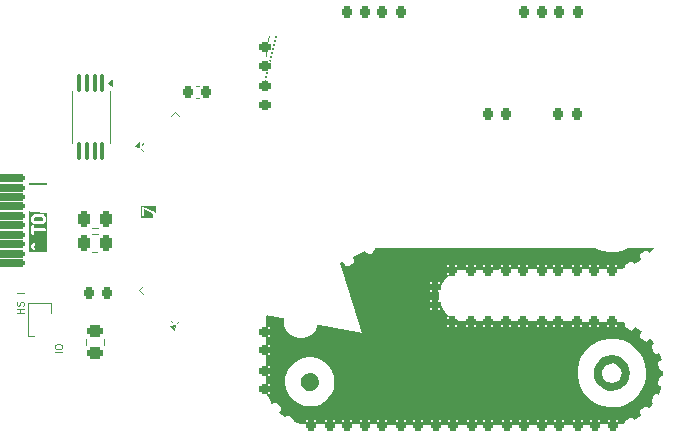
<source format=gto>
G04 #@! TF.GenerationSoftware,KiCad,Pcbnew,8.0.1*
G04 #@! TF.CreationDate,2024-04-18T14:37:45+01:00*
G04 #@! TF.ProjectId,makerspace-badge,6d616b65-7273-4706-9163-652d62616467,rev?*
G04 #@! TF.SameCoordinates,Original*
G04 #@! TF.FileFunction,Legend,Top*
G04 #@! TF.FilePolarity,Positive*
%FSLAX46Y46*%
G04 Gerber Fmt 4.6, Leading zero omitted, Abs format (unit mm)*
G04 Created by KiCad (PCBNEW 8.0.1) date 2024-04-18 14:37:45*
%MOMM*%
%LPD*%
G01*
G04 APERTURE LIST*
G04 Aperture macros list*
%AMRoundRect*
0 Rectangle with rounded corners*
0 $1 Rounding radius*
0 $2 $3 $4 $5 $6 $7 $8 $9 X,Y pos of 4 corners*
0 Add a 4 corners polygon primitive as box body*
4,1,4,$2,$3,$4,$5,$6,$7,$8,$9,$2,$3,0*
0 Add four circle primitives for the rounded corners*
1,1,$1+$1,$2,$3*
1,1,$1+$1,$4,$5*
1,1,$1+$1,$6,$7*
1,1,$1+$1,$8,$9*
0 Add four rect primitives between the rounded corners*
20,1,$1+$1,$2,$3,$4,$5,0*
20,1,$1+$1,$4,$5,$6,$7,0*
20,1,$1+$1,$6,$7,$8,$9,0*
20,1,$1+$1,$8,$9,$2,$3,0*%
%AMRotRect*
0 Rectangle, with rotation*
0 The origin of the aperture is its center*
0 $1 length*
0 $2 width*
0 $3 Rotation angle, in degrees counterclockwise*
0 Add horizontal line*
21,1,$1,$2,0,0,$3*%
%AMFreePoly0*
4,1,254,-0.411096,1.760877,-0.361932,1.752184,-0.329492,1.743147,-0.284591,1.725170,-0.243738,1.701936,-0.207033,1.673569,-0.174579,1.640187,-0.146476,1.601908,-0.122825,1.558854,-0.103727,1.511142,-0.089470,1.459730,-0.086640,1.446184,-0.084582,1.433686,-0.083180,1.420741,-0.082318,1.405854,-0.081882,1.387531,-0.081755,1.364277,-0.081755,1.360000,-0.081902,1.335032,-0.082383,1.315117,
-0.083321,1.298647,-0.084834,1.284013,-0.087045,1.269605,-0.089494,1.256667,-0.098306,1.218316,-0.109239,1.181281,-0.122754,1.144497,-0.139304,1.106895,-0.159348,1.067407,-0.183343,1.024965,-0.201452,0.995000,-0.232958,0.941986,-0.259452,0.893059,-0.281024,0.848017,-0.297762,0.806658,-0.309762,0.768778,-0.316856,0.735797,-0.319600,0.708092,-0.319686,0.678386,-0.317266,0.648994,
-0.312490,0.622224,-0.308550,0.608366,-0.295112,0.576326,-0.277339,0.547301,-0.254977,0.521130,-0.227773,0.497659,-0.195472,0.476729,-0.157821,0.458181,-0.114565,0.441859,-0.065450,0.427605,-0.010223,0.415261,0.008335,0.411769,0.046840,0.405076,0.081148,0.399755,0.113034,0.395636,0.144272,0.392547,0.176633,0.390317,0.211892,0.388770,0.251823,0.387740,0.257068,0.387641,
0.288740,0.387197,0.318704,0.387095,0.347576,0.387385,0.375972,0.388130,0.404510,0.389381,0.433803,0.391196,0.464471,0.393631,0.497128,0.396742,0.532392,0.400585,0.570879,0.405217,0.613205,0.410693,0.659987,0.417069,0.711840,0.424402,0.769383,0.432748,0.796772,0.436772,0.834898,0.442541,0.867198,0.447815,0.894474,0.452800,0.917531,0.457705,0.937171,0.462737,
0.954198,0.468104,0.969415,0.474014,0.983626,0.480674,0.997634,0.488294,0.999025,0.489100,1.022443,0.504984,1.044947,0.524408,1.064999,0.545810,1.081062,0.567626,1.087559,0.579075,1.097364,0.601879,1.103180,0.624049,1.105262,0.647473,1.103862,0.674042,1.102132,0.687751,1.099830,0.706359,1.098027,0.725950,1.096966,0.743601,1.096788,0.751863,1.097523,0.769183,
1.099837,0.781270,1.103939,0.788043,1.110040,0.789420,1.118352,0.785319,1.129086,0.775658,1.142452,0.760355,1.158661,0.739329,1.170266,0.723333,1.209963,0.663602,1.244576,0.603009,1.273854,0.542134,1.297544,0.481555,1.315394,0.421853,1.327151,0.363606,1.327228,0.363098,1.329436,0.342205,1.330727,0.316375,1.331117,0.287270,1.330623,0.256554,1.329263,0.225890,
1.327052,0.196941,1.325397,0.181667,1.312955,0.102786,1.295518,0.028270,1.273037,-0.041986,1.245466,-0.108084,1.212757,-0.170129,1.174865,-0.228223,1.131740,-0.282471,1.096721,-0.319909,1.043950,-0.367976,0.986113,-0.411718,0.923226,-0.451128,0.855305,-0.486198,0.782364,-0.516920,0.704418,-0.543286,0.621483,-0.565288,0.610080,-0.567885,0.540577,-0.581404,0.466399,-0.592073,
0.388954,-0.599782,0.309649,-0.604413,0.229892,-0.605852,0.161688,-0.604436,0.074430,-0.599250,-0.011315,-0.590736,-0.094295,-0.579065,-0.173256,-0.564402,-0.222188,-0.553259,-0.305549,-0.530181,-0.383662,-0.503277,-0.456487,-0.472581,-0.523983,-0.438130,-0.586107,-0.399957,-0.642820,-0.358098,-0.694082,-0.312589,-0.739847,-0.263464,-0.780078,-0.210758,-0.814734,-0.154507,-0.843771,-0.094746,
-0.867150,-0.031510,-0.878262,0.007373,-0.889696,0.059508,-0.897244,0.112072,-0.900879,0.165770,-0.900576,0.221307,-0.896311,0.279385,-0.888054,0.340711,-0.875783,0.405987,-0.861374,0.468334,-0.848479,0.518874,-0.836243,0.564328,-0.824760,0.604369,-0.814128,0.638667,-0.804442,0.666896,-0.799596,0.679609,-0.788607,0.708344,-0.780701,0.732070,-0.775742,0.751616,-0.773595,0.767813,
-0.774126,0.781491,-0.777199,0.793478,-0.780027,0.799853,-0.786200,0.809897,-0.793970,0.818087,-0.804183,0.824770,-0.817687,0.830297,-0.835327,0.835009,-0.857951,0.839259,-0.885929,0.843330,-0.907695,0.846453,-0.930689,0.850147,-0.952503,0.854001,-0.970727,0.857603,-0.974570,0.858446,-1.020728,0.870601,-1.067275,0.886135,-1.112687,0.904402,-1.155437,0.924754,-1.194003,0.946544,
-1.215159,0.960504,-1.235184,0.975723,-1.255556,0.993153,-1.275208,1.011713,-1.293077,1.030321,-1.308098,1.047896,-1.319205,1.063357,-1.322994,1.070027,-1.329144,1.082832,-1.332361,1.091649,-1.332907,1.098339,-1.331047,1.104763,-1.328635,1.109753,-1.320123,1.119305,-1.305753,1.126308,-1.285481,1.130763,-1.259259,1.132672,-1.227040,1.132036,-1.188779,1.128858,-1.144429,1.123139,
-1.113026,1.118180,-1.084643,1.113784,-1.061829,1.111195,-1.043712,1.110492,-1.029422,1.111752,-1.018083,1.115054,-1.008829,1.120476,-1.000787,1.128097,-1.000631,1.128274,-0.995004,1.135856,-0.991061,1.144464,-0.988712,1.155096,-0.987865,1.168750,-0.988431,1.186422,-0.990314,1.209111,-0.991874,1.224046,-0.995662,1.273245,-0.995657,1.318092,-0.991817,1.359751,-0.985549,1.393334,
-0.970071,1.446156,-0.948914,1.496285,-0.922471,1.543285,-0.891135,1.586715,-0.855301,1.626139,-0.815360,1.661118,-0.771708,1.691216,-0.724736,1.715992,-0.680275,1.733273,-0.626663,1.748177,-0.571937,1.758417,-0.517099,1.763967,-0.463152,1.764798,-0.411096,1.760877,-0.411096,1.760877,$1*%
%AMFreePoly1*
4,1,6,1.000000,0.000000,0.500000,-0.750000,-0.500000,-0.750000,-0.500000,0.750000,0.500000,0.750000,1.000000,0.000000,1.000000,0.000000,$1*%
%AMFreePoly2*
4,1,6,0.500000,-0.750000,-0.650000,-0.750000,-0.150000,0.000000,-0.650000,0.750000,0.500000,0.750000,0.500000,-0.750000,0.500000,-0.750000,$1*%
%AMFreePoly3*
4,1,621,0.623792,1.916541,0.652864,1.912672,0.680612,1.904477,0.707267,1.891840,0.733059,1.874649,0.758220,1.852787,0.763949,1.847080,0.778211,1.831568,0.791854,1.814609,0.805564,1.795279,0.820023,1.772651,0.825067,1.764318,0.841078,1.738245,0.855322,1.716527,0.867879,1.699061,0.878829,1.685747,0.888251,1.676484,0.896225,1.671169,0.899359,1.670039,0.904453,1.669512,
0.908557,1.671009,0.911803,1.674959,0.914321,1.681791,0.916243,1.691932,0.917700,1.705812,0.918823,1.723858,0.919327,1.735246,0.920732,1.760573,0.922823,1.781564,0.925728,1.798676,0.929577,1.812363,0.934499,1.823083,0.940623,1.831290,0.948079,1.837441,0.948392,1.837641,0.959327,1.843131,0.973637,1.848242,0.989875,1.852609,1.006594,1.855870,1.022344,1.857659,
1.028957,1.857889,1.041934,1.857396,1.052672,1.855501,1.061874,1.851690,1.070245,1.845451,1.078486,1.836272,1.087301,1.823641,1.096363,1.808803,1.120348,1.765784,1.144178,1.718692,1.167557,1.668276,1.190189,1.615286,1.211777,1.560470,1.232027,1.504577,1.250643,1.448356,1.267328,1.392556,1.280742,1.342140,1.285943,1.320466,1.290002,1.301380,1.293109,1.283539,
1.295452,1.265599,1.297221,1.246218,1.298606,1.224053,1.299234,1.211047,1.300547,1.184273,1.301978,1.159593,1.303493,1.137413,1.305056,1.118138,1.306632,1.102172,1.308185,1.089921,1.309682,1.081791,1.310720,1.078687,1.314027,1.074146,1.318777,1.070659,1.325652,1.068035,1.335332,1.066084,1.348497,1.064616,1.365117,1.063479,1.403048,1.059268,1.442056,1.051000,
1.481113,1.038960,1.519193,1.023430,1.531674,1.017437,1.544149,1.011023,1.555292,1.004779,1.565429,0.998331,1.574889,0.991304,1.584001,0.983325,1.593093,0.974020,1.602494,0.963015,1.612531,0.949937,1.623533,0.934411,1.635829,0.916063,1.649746,0.894521,1.665613,0.869410,1.675325,0.853886,1.685130,0.838378,1.695051,0.823044,1.704514,0.808747,1.712944,0.796347,
1.719767,0.786707,1.722746,0.782741,1.735100,0.766313,1.745480,0.751031,1.754594,0.735643,1.763149,0.718897,1.771853,0.699543,1.777702,0.685517,1.783615,0.671185,1.789364,0.657536,1.794532,0.645538,1.798702,0.636160,1.801295,0.630689,1.812461,0.613464,1.827772,0.597132,1.842637,0.585147,1.861390,0.569597,1.876593,0.551936,1.889203,0.531018,1.891112,0.527151,
1.901679,0.500993,1.907701,0.476040,1.909179,0.452383,1.906117,0.430112,1.898520,0.409316,1.886389,0.390085,1.885943,0.389519,1.881627,0.383853,1.875130,0.375050,1.867039,0.363920,1.857943,0.351275,1.848433,0.337925,1.846542,0.335256,1.832568,0.315629,1.820781,0.299398,1.810691,0.285944,1.801811,0.274651,1.793650,0.264900,1.785720,0.256074,1.777530,0.247555,
1.775206,0.245223,1.762898,0.233699,1.751511,0.224981,1.739262,0.217880,1.724371,0.211209,1.723974,0.211047,1.710004,0.206057,1.692043,0.200712,1.670894,0.195186,1.647361,0.189648,1.622247,0.184271,1.596355,0.179225,1.570490,0.174681,1.545455,0.170812,1.522053,0.167787,1.519737,0.167527,1.502846,0.165448,1.489816,0.163192,1.479688,0.160378,1.471504,0.156628,
1.464306,0.151561,1.457136,0.144799,1.454051,0.141524,1.442185,0.126027,1.434939,0.110163,1.432409,0.097743,1.431999,0.089620,1.432813,0.082147,1.435211,0.074452,1.439552,0.065666,1.446196,0.054918,1.455503,0.041339,1.456039,0.040579,1.466803,0.024996,1.475249,0.011685,1.481634,-0.000279,1.486214,-0.011824,1.489246,-0.023877,1.490987,-0.037364,1.491692,-0.053213,
1.491618,-0.072350,1.491279,-0.086791,1.489850,-0.119280,1.487451,-0.149619,1.484156,-0.177364,1.480038,-0.202068,1.475170,-0.223288,1.469627,-0.240578,1.463855,-0.252867,1.455944,-0.267198,1.449389,-0.281290,1.444031,-0.295850,1.439710,-0.311585,1.436265,-0.329201,1.433535,-0.349404,1.431361,-0.372902,1.429583,-0.400401,1.429329,-0.405135,1.427928,-0.427476,1.426167,-0.446156,
1.423847,-0.462339,1.420771,-0.477185,1.416740,-0.491855,1.412069,-0.506044,1.403025,-0.528654,1.392457,-0.548370,1.379340,-0.567095,1.379060,-0.567454,1.369159,-0.578803,1.358257,-0.588535,1.345699,-0.596988,1.330833,-0.604499,1.313006,-0.611407,1.291566,-0.618049,1.270469,-0.623624,1.256012,-0.627376,1.242363,-0.631184,1.230558,-0.634739,1.221630,-0.637733,1.217411,-0.639440,
1.207825,-0.645441,1.197150,-0.654316,1.186696,-0.664754,1.177774,-0.675445,1.171693,-0.685076,1.171602,-0.685265,1.168013,-0.694344,1.164828,-0.705061,1.163578,-0.710680,1.162583,-0.727295,1.165045,-0.745547,1.170546,-0.764195,1.178672,-0.781997,1.189007,-0.797715,1.195032,-0.804565,1.202659,-0.811812,1.212096,-0.819785,1.223685,-0.828726,1.237768,-0.838875,1.254689,-0.850472,
1.274789,-0.863760,1.298413,-0.878977,1.323979,-0.895158,1.347374,-0.909909,1.367051,-0.922448,1.383406,-0.933081,1.396832,-0.942116,1.407726,-0.949859,1.416482,-0.956619,1.423494,-0.962701,1.429159,-0.968414,1.433870,-0.974065,1.438023,-0.979961,1.442013,-0.986409,1.442634,-0.987464,1.447756,-0.999501,1.450325,-1.012818,1.450146,-1.025652,1.447809,-1.034588,1.441011,-1.045468,
1.430624,-1.055855,1.417842,-1.064632,1.413100,-1.067080,1.397688,-1.073090,1.378129,-1.078665,1.355081,-1.083755,1.329205,-1.088313,1.301159,-1.092287,1.271605,-1.095630,1.241201,-1.098292,1.210607,-1.100223,1.180484,-1.101375,1.151490,-1.101699,1.124287,-1.101144,1.099532,-1.099663,1.077887,-1.097205,1.060011,-1.093722,1.059103,-1.093487,1.045045,-1.089028,1.029546,-1.082586,
1.012269,-1.073968,0.992877,-1.062979,0.971034,-1.049424,0.946404,-1.033109,0.918651,-1.013840,0.907166,-1.005667,0.884904,-0.989880,0.865748,-0.976645,0.849020,-0.965526,0.834039,-0.956088,0.820127,-0.947893,0.806605,-0.940506,0.802006,-0.938117,0.791585,-0.932455,0.782156,-0.926520,0.773054,-0.919732,0.763614,-0.911510,0.753170,-0.901274,0.741057,-0.888444,0.726610,-0.872439,
0.726289,-0.872078,0.715778,-0.861348,0.706865,-0.854656,0.702172,-0.852460,0.690855,-0.849750,0.677953,-0.849094,0.663126,-0.850582,0.646033,-0.854308,0.626331,-0.860362,0.603681,-0.868836,0.577740,-0.879822,0.548167,-0.893412,0.546032,-0.894425,0.530389,-0.901692,0.517443,-0.907150,0.505906,-0.911125,0.494492,-0.913947,0.481915,-0.915944,0.466887,-0.917442,0.451355,-0.918561,
0.431311,-0.920175,0.415526,-0.922170,0.403442,-0.924687,0.394502,-0.927864,0.388148,-0.931839,0.385029,-0.935056,0.381683,-0.940838,0.380415,-0.947462,0.381397,-0.955352,0.384799,-0.964935,0.390792,-0.976636,0.399547,-0.990878,0.411236,-1.008089,0.418561,-1.018395,0.429851,-1.034362,0.438441,-1.047219,0.444661,-1.057606,0.448843,-1.066165,0.451320,-1.073537,0.452421,-1.080361,
0.452561,-1.084122,0.451846,-1.092967,0.449288,-1.100699,0.444267,-1.108408,0.436162,-1.117187,0.430947,-1.122144,0.417509,-1.134039,0.404984,-1.143700,0.392641,-1.151361,0.379752,-1.157254,0.365588,-1.161610,0.349418,-1.164664,0.330513,-1.166646,0.308144,-1.167790,0.286154,-1.168272,0.269253,-1.168445,0.252885,-1.168516,0.238043,-1.168489,0.225721,-1.168366,0.216912,-1.168151,
0.215009,-1.168064,0.189508,-1.166631,0.161496,-1.165007,0.131373,-1.163217,0.099539,-1.161289,0.066395,-1.159249,0.032340,-1.157122,-0.002226,-1.154935,-0.036902,-1.152715,-0.071287,-1.150488,-0.104983,-1.148279,-0.137589,-1.146116,-0.168704,-1.144024,-0.197928,-1.142030,-0.224862,-1.140160,-0.249105,-1.138440,-0.270256,-1.136897,-0.287917,-1.135557,-0.301686,-1.134446,-0.311164,-1.133590,
-0.313153,-1.133382,-0.358989,-1.127040,-0.403453,-1.118331,-0.445792,-1.107453,-0.485254,-1.094608,-0.521085,-1.079993,-0.529703,-1.075933,-0.545931,-1.068327,-0.560785,-1.062087,-0.575004,-1.057081,-0.589330,-1.053174,-0.604501,-1.050234,-0.621259,-1.048128,-0.640344,-1.046720,-0.662494,-1.045879,-0.688451,-1.045471,-0.720930,-1.045268,-0.738723,-1.045016,-0.753114,-1.044550,-0.764814,-1.043773,
-0.774534,-1.042586,-0.782985,-1.040892,-0.790877,-1.038594,-0.798922,-1.035593,-0.807831,-1.031791,-0.812203,-1.029842,-0.833350,-1.019345,-0.856693,-1.005997,-0.881168,-0.990503,-0.905713,-0.973569,-0.929265,-0.955900,-0.950759,-0.938200,-0.952063,-0.937063,-0.958375,-0.931122,-0.967284,-0.922164,-0.978220,-0.910809,-0.990615,-0.897679,-1.003899,-0.883396,-1.017503,-0.868580,-1.030859,-0.853854,
-1.043396,-0.839837,-1.054545,-0.827153,-1.063738,-0.816421,-1.070406,-0.808263,-1.072181,-0.805936,-1.081342,-0.792091,-1.087621,-0.779446,-1.090649,-0.768792,-1.090873,-0.765843,-1.088883,-0.755688,-1.082970,-0.743580,-1.073417,-0.729920,-1.060510,-0.715110,-1.044534,-0.699551,-1.042692,-0.697892,-1.035654,-0.691162,-1.030342,-0.685246,-1.027581,-0.681098,-1.027374,-0.680163,-1.028108,-0.676362,
-1.029799,-0.669078,-1.032168,-0.659491,-1.034003,-0.652334,-1.039173,-0.626357,-1.040508,-0.602216,-1.038013,-0.578825,-1.034244,-0.563184,-1.031117,-0.553331,-1.026927,-0.541353,-1.022054,-0.528209,-1.016879,-0.514861,-1.011783,-0.502272,-1.007144,-0.491402,-1.003345,-0.483213,-1.000855,-0.478788,-0.995718,-0.475099,-0.987568,-0.472614,-0.978141,-0.471685,-0.969795,-0.472514,-0.955674,-0.477839,
-0.941415,-0.487188,-0.928175,-0.499733,-0.915894,-0.511834,-0.904635,-0.519611,-0.894561,-0.523030,-0.885836,-0.522054,-0.878623,-0.516650,-0.875041,-0.511177,-0.871634,-0.503113,-0.869355,-0.493840,-0.868143,-0.482577,-0.867937,-0.468546,-0.868677,-0.450968,-0.869449,-0.439711,-0.870518,-0.418751,-0.870936,-0.393785,-0.870737,-0.365585,-0.869959,-0.334919,-0.868638,-0.302558,-0.866809,-0.269269,
-0.864509,-0.235823,-0.861775,-0.202989,-0.858642,-0.171538,-0.855617,-0.145878,-0.848594,-0.096683,-0.840674,-0.051944,-0.831871,-0.011720,-0.822199,0.023932,-0.811673,0.054954,-0.800307,0.081289,-0.798970,0.083968,-0.789527,0.100943,-0.777777,0.119034,-0.763495,0.138516,-0.746454,0.159659,-0.726429,0.182737,-0.703193,0.208022,-0.676521,0.235787,-0.655631,0.256897,-0.615345,0.296268,
-0.574888,0.334022,-0.534610,0.369880,-0.494861,0.403566,-0.455989,0.434801,-0.418344,0.463308,-0.382275,0.488810,-0.348133,0.511029,-0.316266,0.529687,-0.304059,0.536182,-0.279935,0.547193,-0.251620,0.557678,-0.219725,0.567538,-0.184863,0.576670,-0.147647,0.584976,-0.108689,0.592355,-0.068602,0.598706,-0.027999,0.603930,0.012509,0.607925,0.052308,0.610592,0.090786,0.611831,
0.127330,0.611540,0.149632,0.610491,0.181115,0.607954,0.210746,0.604414,0.240009,0.599622,0.270383,0.593328,0.303350,0.585283,0.310271,0.583472,0.342210,0.574207,0.372966,0.563681,0.401799,0.552207,0.427971,0.540101,0.450742,0.527678,0.467940,0.516322,0.479607,0.508348,0.490117,0.502857,0.500000,0.500000,0.509786,0.499928,0.520002,0.502792,0.531178,0.508744,
0.543844,0.517935,0.558529,0.530515,0.575761,0.546636,0.576476,0.547324,0.598532,0.567629,0.618620,0.584103,0.637252,0.597053,0.654934,0.606787,0.672178,0.613612,0.689492,0.617837,0.694435,0.618598,0.705195,0.621639,0.714481,0.627795,0.722382,0.637295,0.728987,0.650367,0.734385,0.667240,0.738664,0.688143,0.741912,0.713305,0.744220,0.742955,0.745496,0.765851,
0.746741,0.787002,0.748104,0.809257,0.749474,0.830760,0.750521,0.846536,0.752879,0.887987,0.753988,0.925024,0.753829,0.957898,0.752382,0.986859,0.749628,1.012157,0.745548,1.034043,0.740122,1.052766,0.733417,1.068412,0.730021,1.073965,0.724221,1.082358,0.716669,1.092692,0.708013,1.104074,0.701933,1.111822,0.666723,1.157102,0.635217,1.199705,0.607434,1.239601,
0.583395,1.276755,0.563119,1.311137,0.546626,1.342714,0.533936,1.371453,0.525068,1.397322,0.523568,1.402876,0.521240,1.412360,0.519234,1.421540,0.517527,1.430843,0.516096,1.440698,0.514920,1.451531,0.513976,1.463771,0.513242,1.477845,0.512695,1.494181,0.512313,1.513207,0.512074,1.535350,0.511954,1.561039,0.511933,1.590701,0.511986,1.624308,0.512087,1.652117,
0.512260,1.679746,0.512494,1.706598,0.512783,1.732075,0.513117,1.755578,0.513489,1.776509,0.513889,1.794270,0.514311,1.808262,0.514642,1.816038,0.515524,1.832092,0.516350,1.844172,0.517246,1.853121,0.518340,1.859785,0.519757,1.865010,0.521625,1.869639,0.523132,1.872713,0.533622,1.888100,0.547616,1.900275,0.564965,1.909170,0.585517,1.914722,0.609123,1.916865,
0.623792,1.916541,0.623792,1.916541,$1*%
G04 Aperture macros list end*
%ADD10C,0.150000*%
%ADD11C,0.080000*%
%ADD12C,0.250000*%
%ADD13C,0.120000*%
%ADD14C,0.000000*%
%ADD15RoundRect,0.218750X0.317568X0.112544X-0.061318X0.331294X-0.317568X-0.112544X0.061318X-0.331294X0*%
%ADD16FreePoly0,130.000000*%
%ADD17FreePoly1,270.000000*%
%ADD18FreePoly2,270.000000*%
%ADD19RoundRect,0.218750X0.218750X0.256250X-0.218750X0.256250X-0.218750X-0.256250X0.218750X-0.256250X0*%
%ADD20RoundRect,0.218750X-0.218750X-0.256250X0.218750X-0.256250X0.218750X0.256250X-0.218750X0.256250X0*%
%ADD21RoundRect,0.150000X1.600000X0.150000X-1.600000X0.150000X-1.600000X-0.150000X1.600000X-0.150000X0*%
%ADD22RoundRect,0.150000X1.200000X0.150000X-1.200000X0.150000X-1.200000X-0.150000X1.200000X-0.150000X0*%
%ADD23RoundRect,0.062500X0.282843X-0.194454X-0.194454X0.282843X-0.282843X0.194454X0.194454X-0.282843X0*%
%ADD24RoundRect,0.062500X0.282843X0.194454X0.194454X0.282843X-0.282843X-0.194454X-0.194454X-0.282843X0*%
%ADD25RotRect,2.700000X2.600000X135.000000*%
%ADD26FreePoly0,45.000000*%
%ADD27RoundRect,0.218750X0.315613X-0.117915X0.165979X0.293200X-0.315613X0.117915X-0.165979X-0.293200X0*%
%ADD28RoundRect,0.218750X0.256250X-0.218750X0.256250X0.218750X-0.256250X0.218750X-0.256250X-0.218750X0*%
%ADD29RoundRect,0.218750X-0.165979X0.293200X-0.315613X-0.117915X0.165979X-0.293200X0.315613X0.117915X0*%
%ADD30RoundRect,0.250000X-0.262500X-0.450000X0.262500X-0.450000X0.262500X0.450000X-0.262500X0.450000X0*%
%ADD31RoundRect,0.218750X-0.335378X0.032211X-0.084438X-0.326168X0.335378X-0.032211X0.084438X0.326168X0*%
%ADD32RoundRect,0.218750X0.336909X-0.002858X0.055689X0.332287X-0.336909X0.002858X-0.055689X-0.332287X0*%
%ADD33RoundRect,0.100000X-0.100000X0.637500X-0.100000X-0.637500X0.100000X-0.637500X0.100000X0.637500X0*%
%ADD34C,0.700000*%
%ADD35C,4.400000*%
%ADD36RoundRect,0.225000X-0.225000X-0.250000X0.225000X-0.250000X0.225000X0.250000X-0.225000X0.250000X0*%
%ADD37RoundRect,0.218750X-0.256250X0.218750X-0.256250X-0.218750X0.256250X-0.218750X0.256250X0.218750X0*%
%ADD38RoundRect,0.218750X-0.326168X-0.084438X0.032211X-0.335378X0.326168X0.084438X-0.032211X0.335378X0*%
%ADD39RoundRect,0.250000X0.450000X-0.262500X0.450000X0.262500X-0.450000X0.262500X-0.450000X-0.262500X0*%
%ADD40RoundRect,0.218750X-0.061318X-0.331294X0.317568X-0.112544X0.061318X0.331294X-0.317568X0.112544X0*%
%ADD41RoundRect,0.218750X-0.026517X0.335876X-0.335876X0.026517X0.026517X-0.335876X0.335876X-0.026517X0*%
%ADD42RoundRect,0.225000X0.225000X0.250000X-0.225000X0.250000X-0.225000X-0.250000X0.225000X-0.250000X0*%
%ADD43RoundRect,0.218750X0.061318X0.331294X-0.317568X0.112544X-0.061318X-0.331294X0.317568X-0.112544X0*%
%ADD44RoundRect,0.218750X0.084438X-0.326168X0.335378X0.032211X-0.084438X0.326168X-0.335378X-0.032211X0*%
%ADD45RoundRect,0.218750X-0.032211X-0.335378X0.326168X-0.084438X0.032211X0.335378X-0.326168X0.084438X0*%
%ADD46FreePoly3,90.000000*%
%ADD47RoundRect,0.062500X-0.194454X-0.282843X0.282843X0.194454X0.194454X0.282843X-0.282843X-0.194454X0*%
%ADD48RoundRect,0.062500X0.194454X-0.282843X0.282843X-0.194454X-0.194454X0.282843X-0.282843X0.194454X0*%
%ADD49RotRect,2.700000X2.600000X45.000000*%
%ADD50RoundRect,0.218750X-0.317568X-0.112544X0.061318X-0.331294X0.317568X0.112544X-0.061318X0.331294X0*%
%ADD51RoundRect,0.218750X-0.055689X0.332287X-0.336909X-0.002858X0.055689X-0.332287X0.336909X0.002858X0*%
%ADD52RoundRect,0.218750X0.335876X0.026517X0.026517X0.335876X-0.335876X-0.026517X-0.026517X-0.335876X0*%
G04 APERTURE END LIST*
D10*
G36*
X118369930Y-101817474D02*
G01*
X116997708Y-101817474D01*
X116997708Y-101107904D01*
X117108819Y-101107904D01*
X117110207Y-101580946D01*
X117109169Y-101591334D01*
X117110248Y-101594912D01*
X117110260Y-101598726D01*
X117114454Y-101608852D01*
X117117622Y-101619350D01*
X117120013Y-101622273D01*
X117121459Y-101625762D01*
X117129212Y-101633515D01*
X117136153Y-101641998D01*
X117139479Y-101643782D01*
X117142151Y-101646454D01*
X117152280Y-101650649D01*
X117161940Y-101655832D01*
X117167464Y-101656939D01*
X117169187Y-101657653D01*
X117171024Y-101657653D01*
X117176356Y-101658722D01*
X117642124Y-101703924D01*
X117645377Y-101705272D01*
X117656007Y-101705272D01*
X117667249Y-101706363D01*
X117670865Y-101705272D01*
X117674640Y-101705272D01*
X117684764Y-101701078D01*
X117695265Y-101697910D01*
X117698189Y-101695517D01*
X117701676Y-101694073D01*
X117709424Y-101686324D01*
X117717913Y-101679379D01*
X117719698Y-101676050D01*
X117722369Y-101673380D01*
X117726562Y-101663255D01*
X117731747Y-101653592D01*
X117732122Y-101649832D01*
X117733568Y-101646344D01*
X117733568Y-101635382D01*
X117734659Y-101624473D01*
X117733568Y-101620857D01*
X117733568Y-101617081D01*
X117729373Y-101606954D01*
X117726206Y-101596457D01*
X117723814Y-101593533D01*
X117722369Y-101590045D01*
X117713042Y-101578680D01*
X117675085Y-101542035D01*
X117639682Y-101473284D01*
X117638526Y-101270548D01*
X117671823Y-101201926D01*
X117702067Y-101170599D01*
X117770818Y-101135196D01*
X117973554Y-101134040D01*
X118042176Y-101167337D01*
X118073504Y-101197582D01*
X118108907Y-101266332D01*
X118110063Y-101469068D01*
X118076767Y-101537689D01*
X118026220Y-101590045D01*
X118015021Y-101617081D01*
X118015021Y-101646344D01*
X118026219Y-101673380D01*
X118046912Y-101694073D01*
X118073948Y-101705272D01*
X118103211Y-101705272D01*
X118130247Y-101694074D01*
X118141612Y-101684747D01*
X118188953Y-101635711D01*
X118195450Y-101630078D01*
X118197429Y-101626932D01*
X118198560Y-101625762D01*
X118199317Y-101623934D01*
X118203282Y-101617635D01*
X118244957Y-101531745D01*
X118246179Y-101530524D01*
X118249848Y-101521664D01*
X118256156Y-101508666D01*
X118256347Y-101505976D01*
X118257378Y-101503488D01*
X118258819Y-101488856D01*
X118257526Y-101262250D01*
X118258230Y-101260141D01*
X118257452Y-101249198D01*
X118257378Y-101236129D01*
X118256347Y-101233640D01*
X118256156Y-101230951D01*
X118250901Y-101217220D01*
X118202209Y-101122665D01*
X118198560Y-101113855D01*
X118196177Y-101110952D01*
X118195450Y-101109539D01*
X118193950Y-101108238D01*
X118189232Y-101102489D01*
X118140195Y-101055147D01*
X118134564Y-101048654D01*
X118131418Y-101046674D01*
X118130247Y-101045543D01*
X118128417Y-101044785D01*
X118122121Y-101040822D01*
X118036232Y-100999147D01*
X118035010Y-100997925D01*
X118026144Y-100994252D01*
X118013151Y-100987948D01*
X118010463Y-100987757D01*
X118007974Y-100986726D01*
X117993342Y-100985285D01*
X117766736Y-100986577D01*
X117764627Y-100985874D01*
X117753684Y-100986651D01*
X117740615Y-100986726D01*
X117738126Y-100987756D01*
X117735437Y-100987948D01*
X117721706Y-100993203D01*
X117627151Y-101041894D01*
X117618341Y-101045544D01*
X117615438Y-101047926D01*
X117614025Y-101048654D01*
X117612725Y-101050152D01*
X117606976Y-101054871D01*
X117559634Y-101103906D01*
X117553140Y-101109539D01*
X117551160Y-101112684D01*
X117550030Y-101113855D01*
X117549272Y-101115682D01*
X117545308Y-101121982D01*
X117503633Y-101207870D01*
X117502411Y-101209093D01*
X117498738Y-101217958D01*
X117492434Y-101230952D01*
X117492243Y-101233639D01*
X117491212Y-101236129D01*
X117489771Y-101250761D01*
X117491063Y-101477365D01*
X117490360Y-101479475D01*
X117491137Y-101490417D01*
X117491212Y-101503488D01*
X117492243Y-101505977D01*
X117492434Y-101508665D01*
X117497689Y-101522397D01*
X117507559Y-101541565D01*
X117258623Y-101517406D01*
X117257378Y-101093272D01*
X117246179Y-101066236D01*
X117225487Y-101045544D01*
X117198451Y-101034345D01*
X117169187Y-101034345D01*
X117142151Y-101045544D01*
X117121459Y-101066236D01*
X117110260Y-101093272D01*
X117108819Y-101107904D01*
X116997708Y-101107904D01*
X116997708Y-100874174D01*
X118369930Y-100874174D01*
X118369930Y-101817474D01*
G37*
G36*
X113415661Y-99959002D02*
G01*
X112044708Y-99959002D01*
X112044708Y-99107666D01*
X112155819Y-99107666D01*
X112157260Y-99788964D01*
X112168459Y-99816000D01*
X112189151Y-99836692D01*
X112216187Y-99847891D01*
X112245451Y-99847891D01*
X112272487Y-99836692D01*
X112293179Y-99816000D01*
X112304378Y-99788964D01*
X112305819Y-99774332D01*
X112304648Y-99220744D01*
X113215291Y-99609612D01*
X113244553Y-99609969D01*
X113271723Y-99599101D01*
X113292666Y-99578662D01*
X113304194Y-99551764D01*
X113304550Y-99522503D01*
X113293682Y-99495333D01*
X113273244Y-99474389D01*
X113260363Y-99467301D01*
X112272745Y-99045564D01*
X112272487Y-99045306D01*
X112260935Y-99040521D01*
X112246346Y-99034291D01*
X112245881Y-99034285D01*
X112245451Y-99034107D01*
X112231265Y-99034107D01*
X112217085Y-99033934D01*
X112216653Y-99034107D01*
X112216187Y-99034107D01*
X112203097Y-99039528D01*
X112189915Y-99044802D01*
X112189581Y-99045127D01*
X112189151Y-99045306D01*
X112179131Y-99055325D01*
X112168971Y-99065241D01*
X112168787Y-99065669D01*
X112168459Y-99065998D01*
X112163032Y-99079098D01*
X112157444Y-99092139D01*
X112157438Y-99092603D01*
X112157260Y-99093034D01*
X112155819Y-99107666D01*
X112044708Y-99107666D01*
X112044708Y-98922823D01*
X113415661Y-98922823D01*
X113415661Y-99959002D01*
G37*
D11*
X102157411Y-108016570D02*
X101557411Y-108016570D01*
X101843125Y-108016570D02*
X101843125Y-107673713D01*
X102157411Y-107673713D02*
X101557411Y-107673713D01*
X102128840Y-107416571D02*
X102157411Y-107330857D01*
X102157411Y-107330857D02*
X102157411Y-107187999D01*
X102157411Y-107187999D02*
X102128840Y-107130857D01*
X102128840Y-107130857D02*
X102100268Y-107102285D01*
X102100268Y-107102285D02*
X102043125Y-107073714D01*
X102043125Y-107073714D02*
X101985982Y-107073714D01*
X101985982Y-107073714D02*
X101928840Y-107102285D01*
X101928840Y-107102285D02*
X101900268Y-107130857D01*
X101900268Y-107130857D02*
X101871697Y-107187999D01*
X101871697Y-107187999D02*
X101843125Y-107302285D01*
X101843125Y-107302285D02*
X101814554Y-107359428D01*
X101814554Y-107359428D02*
X101785982Y-107387999D01*
X101785982Y-107387999D02*
X101728840Y-107416571D01*
X101728840Y-107416571D02*
X101671697Y-107416571D01*
X101671697Y-107416571D02*
X101614554Y-107387999D01*
X101614554Y-107387999D02*
X101585982Y-107359428D01*
X101585982Y-107359428D02*
X101557411Y-107302285D01*
X101557411Y-107302285D02*
X101557411Y-107159428D01*
X101557411Y-107159428D02*
X101585982Y-107073714D01*
X102157411Y-106359427D02*
X101557411Y-106359427D01*
X105399411Y-111339142D02*
X104799411Y-111339142D01*
X104799411Y-110939143D02*
X104799411Y-110824857D01*
X104799411Y-110824857D02*
X104827982Y-110767714D01*
X104827982Y-110767714D02*
X104885125Y-110710571D01*
X104885125Y-110710571D02*
X104999411Y-110682000D01*
X104999411Y-110682000D02*
X105199411Y-110682000D01*
X105199411Y-110682000D02*
X105313697Y-110710571D01*
X105313697Y-110710571D02*
X105370840Y-110767714D01*
X105370840Y-110767714D02*
X105399411Y-110824857D01*
X105399411Y-110824857D02*
X105399411Y-110939143D01*
X105399411Y-110939143D02*
X105370840Y-110996286D01*
X105370840Y-110996286D02*
X105313697Y-111053428D01*
X105313697Y-111053428D02*
X105199411Y-111082000D01*
X105199411Y-111082000D02*
X104999411Y-111082000D01*
X104999411Y-111082000D02*
X104885125Y-111053428D01*
X104885125Y-111053428D02*
X104827982Y-110996286D01*
X104827982Y-110996286D02*
X104799411Y-110939143D01*
X105399411Y-109624857D02*
X105113697Y-109824857D01*
X105399411Y-109967714D02*
X104799411Y-109967714D01*
X104799411Y-109967714D02*
X104799411Y-109739143D01*
X104799411Y-109739143D02*
X104827982Y-109682000D01*
X104827982Y-109682000D02*
X104856554Y-109653429D01*
X104856554Y-109653429D02*
X104913697Y-109624857D01*
X104913697Y-109624857D02*
X104999411Y-109624857D01*
X104999411Y-109624857D02*
X105056554Y-109653429D01*
X105056554Y-109653429D02*
X105085125Y-109682000D01*
X105085125Y-109682000D02*
X105113697Y-109739143D01*
X105113697Y-109739143D02*
X105113697Y-109967714D01*
X105370840Y-109396286D02*
X105399411Y-109310572D01*
X105399411Y-109310572D02*
X105399411Y-109167714D01*
X105399411Y-109167714D02*
X105370840Y-109110572D01*
X105370840Y-109110572D02*
X105342268Y-109082000D01*
X105342268Y-109082000D02*
X105285125Y-109053429D01*
X105285125Y-109053429D02*
X105227982Y-109053429D01*
X105227982Y-109053429D02*
X105170840Y-109082000D01*
X105170840Y-109082000D02*
X105142268Y-109110572D01*
X105142268Y-109110572D02*
X105113697Y-109167714D01*
X105113697Y-109167714D02*
X105085125Y-109282000D01*
X105085125Y-109282000D02*
X105056554Y-109339143D01*
X105056554Y-109339143D02*
X105027982Y-109367714D01*
X105027982Y-109367714D02*
X104970840Y-109396286D01*
X104970840Y-109396286D02*
X104913697Y-109396286D01*
X104913697Y-109396286D02*
X104856554Y-109367714D01*
X104856554Y-109367714D02*
X104827982Y-109339143D01*
X104827982Y-109339143D02*
X104799411Y-109282000D01*
X104799411Y-109282000D02*
X104799411Y-109139143D01*
X104799411Y-109139143D02*
X104827982Y-109053429D01*
X104799411Y-108882000D02*
X104799411Y-108539143D01*
X105399411Y-108710571D02*
X104799411Y-108710571D01*
D10*
G36*
X122360176Y-102564337D02*
G01*
X122391504Y-102594582D01*
X122426928Y-102663372D01*
X122428018Y-102818541D01*
X122394767Y-102887070D01*
X122364521Y-102918397D01*
X122295833Y-102953769D01*
X122092115Y-102954511D01*
X122024413Y-102921661D01*
X121993085Y-102891416D01*
X121957661Y-102822625D01*
X121956571Y-102667456D01*
X121989823Y-102598926D01*
X122020067Y-102567599D01*
X122088818Y-102532196D01*
X122291554Y-102531040D01*
X122360176Y-102564337D01*
G37*
G36*
X122687930Y-103214824D02*
G01*
X121315708Y-103214824D01*
X121315708Y-102552523D01*
X121426819Y-102552523D01*
X121428077Y-102731610D01*
X121427408Y-102733618D01*
X121428166Y-102744290D01*
X121428260Y-102757631D01*
X121429291Y-102760120D01*
X121429482Y-102762808D01*
X121434737Y-102776540D01*
X121483429Y-102871096D01*
X121487078Y-102879905D01*
X121489460Y-102882807D01*
X121490188Y-102884221D01*
X121491686Y-102885520D01*
X121496405Y-102891270D01*
X121540958Y-102934283D01*
X121544079Y-102938944D01*
X121555325Y-102948155D01*
X121555389Y-102948216D01*
X121555411Y-102948225D01*
X121555454Y-102948260D01*
X121699367Y-103042602D01*
X121707878Y-103048908D01*
X121710315Y-103049779D01*
X121711286Y-103050415D01*
X121713100Y-103050773D01*
X121721724Y-103053855D01*
X121908089Y-103099095D01*
X121915758Y-103102272D01*
X121924872Y-103103169D01*
X121926744Y-103103624D01*
X121927836Y-103103461D01*
X121930390Y-103103713D01*
X122299692Y-103102367D01*
X122301961Y-103103124D01*
X122313302Y-103102318D01*
X122325974Y-103102272D01*
X122328463Y-103101240D01*
X122331151Y-103101050D01*
X122344883Y-103095795D01*
X122439435Y-103047104D01*
X122448247Y-103043455D01*
X122451151Y-103041071D01*
X122452564Y-103040344D01*
X122453863Y-103038845D01*
X122459612Y-103034128D01*
X122506953Y-102985092D01*
X122513450Y-102979459D01*
X122515429Y-102976313D01*
X122516560Y-102975143D01*
X122517317Y-102973315D01*
X122521282Y-102967016D01*
X122562957Y-102881126D01*
X122564179Y-102879905D01*
X122567848Y-102871045D01*
X122574156Y-102858047D01*
X122574347Y-102855357D01*
X122575378Y-102852869D01*
X122576819Y-102838237D01*
X122575560Y-102659148D01*
X122576230Y-102657141D01*
X122575471Y-102646468D01*
X122575378Y-102633129D01*
X122574347Y-102630640D01*
X122574156Y-102627951D01*
X122568901Y-102614220D01*
X122520209Y-102519665D01*
X122516560Y-102510855D01*
X122514177Y-102507952D01*
X122513450Y-102506539D01*
X122511950Y-102505238D01*
X122507232Y-102499489D01*
X122458195Y-102452147D01*
X122452564Y-102445654D01*
X122449418Y-102443674D01*
X122448247Y-102442543D01*
X122446417Y-102441785D01*
X122440121Y-102437822D01*
X122354232Y-102396147D01*
X122353010Y-102394925D01*
X122344144Y-102391252D01*
X122331151Y-102384948D01*
X122328463Y-102384757D01*
X122325974Y-102383726D01*
X122311342Y-102382285D01*
X122084736Y-102383577D01*
X122082627Y-102382874D01*
X122071684Y-102383651D01*
X122058615Y-102383726D01*
X122056126Y-102384756D01*
X122053437Y-102384948D01*
X122039706Y-102390203D01*
X121945151Y-102438894D01*
X121936341Y-102442544D01*
X121933438Y-102444926D01*
X121932025Y-102445654D01*
X121930725Y-102447152D01*
X121924976Y-102451871D01*
X121877634Y-102500906D01*
X121871140Y-102506539D01*
X121869160Y-102509684D01*
X121868030Y-102510855D01*
X121867272Y-102512682D01*
X121863308Y-102518982D01*
X121821633Y-102604870D01*
X121820411Y-102606093D01*
X121816738Y-102614958D01*
X121810434Y-102627952D01*
X121810243Y-102630639D01*
X121809212Y-102633129D01*
X121807771Y-102647761D01*
X121809029Y-102826848D01*
X121808360Y-102828856D01*
X121809118Y-102839528D01*
X121809212Y-102852869D01*
X121810243Y-102855358D01*
X121810434Y-102858046D01*
X121815689Y-102871778D01*
X121846241Y-102931109D01*
X121773540Y-102913460D01*
X121649154Y-102831919D01*
X121612133Y-102796178D01*
X121576709Y-102727387D01*
X121575378Y-102537891D01*
X121564179Y-102510855D01*
X121543487Y-102490163D01*
X121516451Y-102478964D01*
X121487187Y-102478964D01*
X121460151Y-102490163D01*
X121439459Y-102510855D01*
X121428260Y-102537891D01*
X121426819Y-102552523D01*
X121315708Y-102552523D01*
X121315708Y-102271174D01*
X122687930Y-102271174D01*
X122687930Y-103214824D01*
G37*
D12*
G36*
X103706378Y-99891473D02*
G01*
X103762565Y-99945988D01*
X103789921Y-99998278D01*
X103791391Y-100129751D01*
X103767304Y-100180219D01*
X103710169Y-100239105D01*
X103573476Y-100274863D01*
X103271346Y-100276892D01*
X103122858Y-100241482D01*
X103066673Y-100186969D01*
X103039316Y-100134677D01*
X103037846Y-100003203D01*
X103061934Y-99952735D01*
X103119066Y-99893851D01*
X103255760Y-99858092D01*
X103557890Y-99856063D01*
X103706378Y-99891473D01*
G37*
G36*
X103266982Y-98880710D02*
G01*
X103287147Y-98899847D01*
X103313586Y-98950384D01*
X103314953Y-99180979D01*
X103038890Y-99181626D01*
X103037554Y-98956197D01*
X103062184Y-98904590D01*
X103081321Y-98884425D01*
X103132302Y-98857754D01*
X103216352Y-98856547D01*
X103266982Y-98880710D01*
G37*
G36*
X104164619Y-102840103D02*
G01*
X102617185Y-102840103D01*
X102617185Y-102406616D01*
X102742185Y-102406616D01*
X102746579Y-102423767D01*
X102749083Y-102441292D01*
X102752584Y-102447205D01*
X102754290Y-102453862D01*
X102767000Y-102474812D01*
X102926410Y-102683356D01*
X102968377Y-102708205D01*
X103016661Y-102715103D01*
X103063907Y-102702998D01*
X103102925Y-102673735D01*
X103127774Y-102631768D01*
X103134672Y-102583484D01*
X103122567Y-102536238D01*
X103109857Y-102515288D01*
X103021892Y-102400210D01*
X103122567Y-102263386D01*
X103134672Y-102216140D01*
X103127774Y-102167856D01*
X103102925Y-102125889D01*
X103063907Y-102096626D01*
X103016661Y-102084521D01*
X102968377Y-102091419D01*
X102926410Y-102116268D01*
X102909857Y-102134336D01*
X102778368Y-102313037D01*
X102773932Y-102316365D01*
X102765738Y-102330202D01*
X102754290Y-102345762D01*
X102752584Y-102352418D01*
X102749083Y-102358332D01*
X102746579Y-102375856D01*
X102742185Y-102393008D01*
X102743157Y-102399812D01*
X102742185Y-102406616D01*
X102617185Y-102406616D01*
X102617185Y-100685526D01*
X102789619Y-100685526D01*
X102792021Y-101281340D01*
X102810685Y-101326400D01*
X102845173Y-101360888D01*
X102890233Y-101379552D01*
X102939005Y-101379552D01*
X102984065Y-101360888D01*
X103018553Y-101326400D01*
X103037217Y-101281340D01*
X103039619Y-101256954D01*
X103038969Y-101095948D01*
X103939005Y-101093838D01*
X103984065Y-101075174D01*
X104018553Y-101040686D01*
X104037217Y-100995626D01*
X104037217Y-100946854D01*
X104018553Y-100901794D01*
X103984065Y-100867306D01*
X103939005Y-100848642D01*
X103914619Y-100846240D01*
X103037971Y-100848295D01*
X103037217Y-100661140D01*
X103018553Y-100616080D01*
X102984065Y-100581592D01*
X102939005Y-100562928D01*
X102890233Y-100562928D01*
X102845173Y-100581592D01*
X102810685Y-100616080D01*
X102792021Y-100661140D01*
X102789619Y-100685526D01*
X102617185Y-100685526D01*
X102617185Y-99971240D01*
X102789619Y-99971240D01*
X102791542Y-100143256D01*
X102790600Y-100146082D01*
X102791755Y-100162335D01*
X102792021Y-100186102D01*
X102793739Y-100190250D01*
X102794058Y-100194732D01*
X102802816Y-100217618D01*
X102852901Y-100313354D01*
X102858305Y-100326400D01*
X102862224Y-100331176D01*
X102863489Y-100333593D01*
X102865983Y-100335756D01*
X102873850Y-100345342D01*
X102961305Y-100430195D01*
X102964896Y-100436180D01*
X102975800Y-100444259D01*
X102988030Y-100456125D01*
X102996615Y-100459681D01*
X103004084Y-100465215D01*
X103027159Y-100473460D01*
X103211547Y-100517430D01*
X103223566Y-100522409D01*
X103238655Y-100523895D01*
X103241875Y-100524663D01*
X103243697Y-100524391D01*
X103247952Y-100524811D01*
X103573657Y-100522623D01*
X103587361Y-100524663D01*
X103602460Y-100522430D01*
X103605671Y-100522409D01*
X103607372Y-100521704D01*
X103611602Y-100521079D01*
X103788551Y-100474790D01*
X103796147Y-100474790D01*
X103809168Y-100469396D01*
X103825153Y-100465215D01*
X103832619Y-100459682D01*
X103841207Y-100456126D01*
X103860149Y-100440581D01*
X103954428Y-100343411D01*
X103965749Y-100333593D01*
X103969063Y-100328327D01*
X103970933Y-100326401D01*
X103972196Y-100323350D01*
X103978803Y-100312856D01*
X104017099Y-100232615D01*
X104018553Y-100231162D01*
X104023544Y-100219112D01*
X104035180Y-100194732D01*
X104035498Y-100190251D01*
X104037217Y-100186102D01*
X104039619Y-100161716D01*
X104037695Y-99989696D01*
X104038637Y-99986873D01*
X104037482Y-99970630D01*
X104037217Y-99946854D01*
X104035498Y-99942704D01*
X104035180Y-99938224D01*
X104026422Y-99915338D01*
X103976338Y-99819604D01*
X103970933Y-99806555D01*
X103967011Y-99801777D01*
X103965749Y-99799363D01*
X103963257Y-99797201D01*
X103955388Y-99787613D01*
X103867930Y-99702757D01*
X103864341Y-99696776D01*
X103853441Y-99688700D01*
X103841207Y-99676830D01*
X103832619Y-99673273D01*
X103825153Y-99667741D01*
X103802078Y-99659496D01*
X103617690Y-99615525D01*
X103605671Y-99610547D01*
X103590579Y-99609060D01*
X103587361Y-99608293D01*
X103585539Y-99608564D01*
X103581285Y-99608145D01*
X103255579Y-99610332D01*
X103241875Y-99608293D01*
X103226776Y-99610525D01*
X103223566Y-99610547D01*
X103221864Y-99611251D01*
X103217635Y-99611877D01*
X103040686Y-99658166D01*
X103033089Y-99658166D01*
X103020068Y-99663559D01*
X103004084Y-99667741D01*
X102996615Y-99673274D01*
X102988030Y-99676831D01*
X102969088Y-99692376D01*
X102874814Y-99789540D01*
X102863489Y-99799363D01*
X102860172Y-99804631D01*
X102858305Y-99806556D01*
X102857043Y-99809602D01*
X102850434Y-99820101D01*
X102812138Y-99900340D01*
X102810685Y-99901794D01*
X102805694Y-99913842D01*
X102794058Y-99938224D01*
X102793739Y-99942705D01*
X102792021Y-99946854D01*
X102789619Y-99971240D01*
X102617185Y-99971240D01*
X102617185Y-98923621D01*
X102789619Y-98923621D01*
X102792021Y-99328959D01*
X102810685Y-99374019D01*
X102845173Y-99408507D01*
X102890233Y-99427171D01*
X102914619Y-99429573D01*
X103939005Y-99427171D01*
X103984065Y-99408507D01*
X104018553Y-99374019D01*
X104037217Y-99328959D01*
X104037217Y-99280187D01*
X104018553Y-99235127D01*
X103984065Y-99200639D01*
X103939005Y-99181975D01*
X103914619Y-99179573D01*
X103562692Y-99180398D01*
X103561283Y-98942740D01*
X103562446Y-98939254D01*
X103561155Y-98921093D01*
X103561026Y-98899235D01*
X103559307Y-98895085D01*
X103558989Y-98890605D01*
X103550231Y-98867719D01*
X103500147Y-98771985D01*
X103494742Y-98758936D01*
X103490820Y-98754158D01*
X103489558Y-98751744D01*
X103487066Y-98749582D01*
X103479197Y-98739994D01*
X103427875Y-98691292D01*
X103419829Y-98682015D01*
X103414689Y-98678779D01*
X103412636Y-98676831D01*
X103409589Y-98675569D01*
X103399091Y-98668960D01*
X103318851Y-98630664D01*
X103317398Y-98629211D01*
X103305349Y-98624220D01*
X103280968Y-98612584D01*
X103276486Y-98612265D01*
X103272338Y-98610547D01*
X103247952Y-98608145D01*
X103123159Y-98609937D01*
X103120728Y-98609127D01*
X103105820Y-98610186D01*
X103080709Y-98610547D01*
X103076559Y-98612265D01*
X103072079Y-98612584D01*
X103049193Y-98621342D01*
X102953459Y-98671425D01*
X102940410Y-98676831D01*
X102935632Y-98680752D01*
X102933218Y-98682015D01*
X102931056Y-98684506D01*
X102921468Y-98692376D01*
X102872766Y-98743697D01*
X102863489Y-98751744D01*
X102860253Y-98756883D01*
X102858305Y-98758937D01*
X102857043Y-98761983D01*
X102850434Y-98772482D01*
X102812138Y-98852721D01*
X102810685Y-98854175D01*
X102805694Y-98866223D01*
X102794058Y-98890605D01*
X102793739Y-98895086D01*
X102792021Y-98899235D01*
X102789619Y-98923621D01*
X102617185Y-98923621D01*
X102617185Y-97501853D01*
X102742185Y-97501853D01*
X102746579Y-97519004D01*
X102749083Y-97536529D01*
X102752584Y-97542442D01*
X102754290Y-97549099D01*
X102767000Y-97570049D01*
X102926410Y-97778593D01*
X102968377Y-97803442D01*
X103016661Y-97810340D01*
X103063907Y-97798235D01*
X103102925Y-97768972D01*
X103127774Y-97727005D01*
X103134672Y-97678721D01*
X103122567Y-97631475D01*
X103109857Y-97610525D01*
X103021892Y-97495447D01*
X103122567Y-97358623D01*
X103134672Y-97311377D01*
X103127774Y-97263093D01*
X103102925Y-97221126D01*
X103063907Y-97191863D01*
X103016661Y-97179758D01*
X102968377Y-97186656D01*
X102926410Y-97211505D01*
X102909857Y-97229573D01*
X102778368Y-97408274D01*
X102773932Y-97411602D01*
X102765738Y-97425439D01*
X102754290Y-97440999D01*
X102752584Y-97447655D01*
X102749083Y-97453569D01*
X102746579Y-97471093D01*
X102742185Y-97488245D01*
X102743157Y-97495049D01*
X102742185Y-97501853D01*
X102617185Y-97501853D01*
X102617185Y-97054758D01*
X104164619Y-97054758D01*
X104164619Y-102840103D01*
G37*
D13*
X102505000Y-107148000D02*
X104505000Y-107148000D01*
X102505000Y-109948000D02*
X102505000Y-107148000D01*
X104505000Y-107148000D02*
X104505000Y-109948000D01*
X104505000Y-109948000D02*
X102505000Y-109948000D01*
X111951009Y-106045000D02*
X112286885Y-105709124D01*
X112286885Y-106380876D02*
X111951009Y-106045000D01*
X114599124Y-108693115D02*
X114722868Y-108816859D01*
X114935000Y-103061009D02*
X114599124Y-103396885D01*
X115270876Y-103396885D02*
X114935000Y-103061009D01*
X115270876Y-108693115D02*
X115104706Y-108859285D01*
X117583115Y-105709124D02*
X117918991Y-106045000D01*
X117918991Y-106045000D02*
X117583115Y-106380876D01*
X114871360Y-109432041D02*
X114531949Y-109092630D01*
X114935000Y-109028991D01*
X114871360Y-109432041D01*
G36*
X114871360Y-109432041D02*
G01*
X114531949Y-109092630D01*
X114935000Y-109028991D01*
X114871360Y-109432041D01*
G37*
D14*
G36*
X126537725Y-113114841D02*
G01*
X126767313Y-113204107D01*
X126955389Y-113359263D01*
X127086547Y-113565907D01*
X127145377Y-113809638D01*
X127116472Y-114076055D01*
X127077599Y-114184129D01*
X126935178Y-114385330D01*
X126725697Y-114528612D01*
X126479200Y-114604908D01*
X126225732Y-114605154D01*
X125995336Y-114520287D01*
X125985105Y-114513741D01*
X125788553Y-114328572D01*
X125671168Y-114098684D01*
X125632397Y-113847980D01*
X125671688Y-113600364D01*
X125788488Y-113379739D01*
X125982245Y-113210008D01*
X126015651Y-113191580D01*
X126282035Y-113105864D01*
X126537725Y-113114841D01*
G37*
G36*
X126562986Y-85340276D02*
G01*
X126805954Y-85445888D01*
X126981918Y-85632285D01*
X127081508Y-85890854D01*
X127100849Y-86094674D01*
X127091080Y-86264537D01*
X127047173Y-86387578D01*
X126947714Y-86512565D01*
X126892528Y-86569088D01*
X126745237Y-86696112D01*
X126600875Y-86788784D01*
X126537115Y-86814480D01*
X126276766Y-86829140D01*
X126033118Y-86753285D01*
X125824350Y-86604918D01*
X125668640Y-86402041D01*
X125584166Y-86162656D01*
X125589108Y-85904766D01*
X125594601Y-85881099D01*
X125652596Y-85756473D01*
X125757791Y-85605656D01*
X125808840Y-85545966D01*
X125946835Y-85417606D01*
X126088599Y-85351869D01*
X126262385Y-85324060D01*
X126562986Y-85340276D01*
G37*
G36*
X152067721Y-111598716D02*
G01*
X152451210Y-111682931D01*
X152787714Y-111852504D01*
X153067476Y-112092650D01*
X153280740Y-112388585D01*
X153417753Y-112725524D01*
X153468758Y-113088683D01*
X153423999Y-113463279D01*
X153384131Y-113593718D01*
X153203881Y-113954788D01*
X152956484Y-114242818D01*
X152657600Y-114454133D01*
X152322886Y-114585054D01*
X151993056Y-114628598D01*
X151968001Y-114631906D01*
X151608603Y-114591009D01*
X151260350Y-114458688D01*
X150938901Y-114231264D01*
X150885629Y-114180477D01*
X150630765Y-113857085D01*
X150475671Y-113503667D01*
X150433431Y-113222010D01*
X151142483Y-113222010D01*
X151225491Y-113486291D01*
X151388897Y-113713847D01*
X151530984Y-113826949D01*
X151740270Y-113904105D01*
X151993056Y-113920659D01*
X152243316Y-113878618D01*
X152435039Y-113787532D01*
X152610814Y-113599967D01*
X152731730Y-113355200D01*
X152774002Y-113113301D01*
X152748019Y-112930841D01*
X152684834Y-112745060D01*
X152678495Y-112732024D01*
X152512083Y-112508638D01*
X152291606Y-112363695D01*
X152039724Y-112297867D01*
X151779096Y-112311825D01*
X151532383Y-112406244D01*
X151322246Y-112581795D01*
X151244414Y-112689468D01*
X151146561Y-112947554D01*
X151142483Y-113222010D01*
X150433431Y-113222010D01*
X150420334Y-113134680D01*
X150464743Y-112764581D01*
X150608886Y-112407827D01*
X150852752Y-112078874D01*
X150887378Y-112043292D01*
X151201030Y-111789946D01*
X151536141Y-111640843D01*
X151904963Y-111591369D01*
X152067721Y-111598716D01*
G37*
G36*
X152172769Y-98457338D02*
G01*
X152545385Y-98562075D01*
X152892565Y-98763514D01*
X152892879Y-98763753D01*
X153125613Y-99002202D01*
X153306781Y-99308111D01*
X153425463Y-99650531D01*
X153470738Y-99998510D01*
X153436336Y-100304054D01*
X153284004Y-100680210D01*
X153047465Y-100996628D01*
X152740662Y-101241543D01*
X152377538Y-101403191D01*
X152061386Y-101464160D01*
X151955365Y-101460382D01*
X151677457Y-101450479D01*
X151331805Y-101346198D01*
X151031639Y-101165456D01*
X150784168Y-100922388D01*
X150596601Y-100631134D01*
X150476147Y-100305830D01*
X150430016Y-99960613D01*
X150431187Y-99949000D01*
X151135870Y-99949000D01*
X151181479Y-100228884D01*
X151305475Y-100455653D01*
X151488617Y-100624560D01*
X151711661Y-100730858D01*
X151955365Y-100769801D01*
X152200486Y-100736642D01*
X152427782Y-100626636D01*
X152618008Y-100435035D01*
X152681605Y-100330277D01*
X152749838Y-100103454D01*
X152754395Y-99844110D01*
X152698230Y-99599551D01*
X152627701Y-99466974D01*
X152503248Y-99340835D01*
X152345461Y-99231708D01*
X152333299Y-99225321D01*
X152055936Y-99137463D01*
X151784612Y-99145831D01*
X151538169Y-99239039D01*
X151335450Y-99405698D01*
X151195298Y-99634422D01*
X151136555Y-99913823D01*
X151135870Y-99949000D01*
X150431187Y-99949000D01*
X150465417Y-99609621D01*
X150589559Y-99266991D01*
X150789499Y-98969959D01*
X151083080Y-98705613D01*
X151423538Y-98530879D01*
X151792793Y-98447530D01*
X152172769Y-98457338D01*
G37*
G36*
X152287358Y-85312430D02*
G01*
X152626287Y-85434669D01*
X152942473Y-85650277D01*
X153018157Y-85721358D01*
X153233727Y-86002264D01*
X153385204Y-86334937D01*
X153463305Y-86687879D01*
X153458748Y-87029589D01*
X153436158Y-87139753D01*
X153283757Y-87521266D01*
X153051963Y-87838119D01*
X152754084Y-88080739D01*
X152403426Y-88239553D01*
X152013298Y-88304989D01*
X151917312Y-88302945D01*
X151821956Y-88300915D01*
X151483748Y-88243552D01*
X151199258Y-88120062D01*
X150927948Y-87912175D01*
X150898683Y-87884809D01*
X150649395Y-87586184D01*
X150497664Y-87249214D01*
X150438532Y-86916698D01*
X150443366Y-86801948D01*
X151144642Y-86801948D01*
X151148325Y-86860669D01*
X151168826Y-87052684D01*
X151211518Y-87182490D01*
X151298352Y-87297125D01*
X151396851Y-87393249D01*
X151540878Y-87517001D01*
X151661073Y-87579897D01*
X151806988Y-87602006D01*
X151917312Y-87604054D01*
X152215342Y-87557365D01*
X152460771Y-87428761D01*
X152642418Y-87235429D01*
X152749099Y-86994562D01*
X152769631Y-86723348D01*
X152692833Y-86438979D01*
X152685502Y-86423169D01*
X152525365Y-86198941D01*
X152308811Y-86051369D01*
X152058414Y-85981643D01*
X151796751Y-85990953D01*
X151546398Y-86080491D01*
X151329931Y-86251446D01*
X151254620Y-86347710D01*
X151178955Y-86481518D01*
X151145533Y-86617309D01*
X151144642Y-86801948D01*
X150443366Y-86801948D01*
X150455001Y-86525715D01*
X150560817Y-86176161D01*
X150741968Y-85874529D01*
X150984442Y-85627312D01*
X151274229Y-85441000D01*
X151597318Y-85322088D01*
X151939698Y-85277068D01*
X152287358Y-85312430D01*
G37*
G36*
X134914973Y-82415803D02*
G01*
X136131316Y-82416053D01*
X137447764Y-82416375D01*
X138868485Y-82416667D01*
X139156922Y-82416712D01*
X140612225Y-82417011D01*
X141962120Y-82417484D01*
X143210449Y-82418154D01*
X144361051Y-82419041D01*
X145417767Y-82420167D01*
X146384437Y-82421554D01*
X147264900Y-82423223D01*
X148062998Y-82425197D01*
X148782570Y-82427495D01*
X149427457Y-82430141D01*
X150001499Y-82433154D01*
X150508535Y-82436558D01*
X150952407Y-82440374D01*
X151336955Y-82444622D01*
X151666018Y-82449325D01*
X151943437Y-82454504D01*
X152173052Y-82460181D01*
X152358703Y-82466377D01*
X152504231Y-82473114D01*
X152613475Y-82480413D01*
X152690277Y-82488296D01*
X152719548Y-82492792D01*
X153376206Y-82664412D01*
X153984754Y-82927779D01*
X154538216Y-83274132D01*
X155029617Y-83694710D01*
X155451981Y-84180752D01*
X155798333Y-84723497D01*
X156061699Y-85314184D01*
X156235102Y-85944052D01*
X156311568Y-86604341D01*
X156308601Y-87000690D01*
X156267096Y-87473277D01*
X156190633Y-87882191D01*
X156068839Y-88270199D01*
X155911816Y-88637055D01*
X155566272Y-89247789D01*
X155143371Y-89783861D01*
X154648923Y-90240515D01*
X154088740Y-90612994D01*
X153468632Y-90896543D01*
X152965354Y-91048555D01*
X152895645Y-91064505D01*
X152822088Y-91078764D01*
X152738471Y-91091429D01*
X152638587Y-91102596D01*
X152516224Y-91112363D01*
X152365173Y-91120826D01*
X152179224Y-91128083D01*
X151952166Y-91134231D01*
X151741710Y-91138170D01*
X151677790Y-91139366D01*
X151349886Y-91143585D01*
X150962244Y-91146985D01*
X150508654Y-91149664D01*
X149982905Y-91151717D01*
X149378789Y-91153243D01*
X148690095Y-91154338D01*
X147910613Y-91155098D01*
X147034133Y-91155622D01*
X146082774Y-91155996D01*
X145244936Y-91156683D01*
X144432523Y-91158137D01*
X143652798Y-91160304D01*
X142913026Y-91163131D01*
X142220471Y-91166564D01*
X141582396Y-91170549D01*
X141006066Y-91175032D01*
X140498743Y-91179960D01*
X140067693Y-91185279D01*
X139720178Y-91190935D01*
X139463463Y-91196874D01*
X139304812Y-91203043D01*
X139262491Y-91206449D01*
X138821724Y-91313273D01*
X138406607Y-91508872D01*
X138036198Y-91778826D01*
X137729556Y-92108719D01*
X137505742Y-92484132D01*
X137474214Y-92559262D01*
X137374911Y-92922828D01*
X137338077Y-93321532D01*
X137363299Y-93717588D01*
X137450165Y-94073211D01*
X137491845Y-94174305D01*
X137736985Y-94596780D01*
X138048284Y-94944201D01*
X138437504Y-95227416D01*
X138857090Y-95433492D01*
X139145569Y-95551796D01*
X145946215Y-95581256D01*
X146952976Y-95585692D01*
X147856398Y-95589882D01*
X148662388Y-95593932D01*
X149376853Y-95597948D01*
X150005700Y-95602036D01*
X150554838Y-95606302D01*
X151030172Y-95610852D01*
X151437610Y-95615793D01*
X151783060Y-95621229D01*
X152072428Y-95627267D01*
X152311623Y-95634014D01*
X152506551Y-95641574D01*
X152663120Y-95650054D01*
X152787237Y-95659561D01*
X152884809Y-95670199D01*
X152961744Y-95682075D01*
X153023948Y-95695295D01*
X153074602Y-95709142D01*
X153741618Y-95962957D01*
X154348291Y-96302567D01*
X154887926Y-96721323D01*
X155353828Y-97212578D01*
X155739302Y-97769685D01*
X156037652Y-98385996D01*
X156173372Y-98785981D01*
X156228020Y-98997916D01*
X156264204Y-99203960D01*
X156285264Y-99435833D01*
X156294542Y-99725259D01*
X156295841Y-99949000D01*
X156286675Y-100381627D01*
X156254288Y-100740815D01*
X156190913Y-101061270D01*
X156088784Y-101377702D01*
X155940136Y-101724819D01*
X155861947Y-101888140D01*
X155512717Y-102481908D01*
X155082473Y-103002847D01*
X154572872Y-103449554D01*
X153985565Y-103820623D01*
X153322208Y-104114651D01*
X153183849Y-104162985D01*
X152801483Y-104291101D01*
X151741202Y-104295600D01*
X145946215Y-104320190D01*
X144798512Y-104325458D01*
X143758442Y-104331076D01*
X142824390Y-104337063D01*
X141994740Y-104343440D01*
X141267877Y-104350227D01*
X140642188Y-104357444D01*
X140116057Y-104365112D01*
X139687870Y-104373252D01*
X139356012Y-104381882D01*
X139118867Y-104391024D01*
X138974822Y-104400698D01*
X138926572Y-104408436D01*
X138442655Y-104632561D01*
X138040564Y-104925443D01*
X137723634Y-105283290D01*
X137495197Y-105702313D01*
X137358586Y-106178721D01*
X137355816Y-106194592D01*
X137327541Y-106664300D01*
X137401532Y-107113981D01*
X137571242Y-107533389D01*
X137830128Y-107912277D01*
X138171646Y-108240400D01*
X138589251Y-108507512D01*
X138926572Y-108653865D01*
X139000791Y-108663958D01*
X139166879Y-108673503D01*
X139426452Y-108682522D01*
X139781124Y-108691033D01*
X140232510Y-108699058D01*
X140782224Y-108706617D01*
X141431881Y-108713730D01*
X142183096Y-108720418D01*
X143037484Y-108726700D01*
X143996659Y-108732597D01*
X145062237Y-108738130D01*
X145946215Y-108742111D01*
X152801483Y-108771200D01*
X153183849Y-108899316D01*
X153829418Y-109165158D01*
X154420428Y-109508480D01*
X154941982Y-109919324D01*
X155342898Y-110342521D01*
X155551708Y-110634237D01*
X155762537Y-110990243D01*
X155955533Y-111371970D01*
X156110843Y-111740847D01*
X156192701Y-111993516D01*
X156249063Y-112287757D01*
X156286145Y-112651440D01*
X156303130Y-113047757D01*
X156299201Y-113439901D01*
X156273542Y-113791065D01*
X156237530Y-114014591D01*
X156036880Y-114674184D01*
X155744370Y-115283694D01*
X155368020Y-115835225D01*
X154915847Y-116320881D01*
X154395869Y-116732767D01*
X153816102Y-117062988D01*
X153184566Y-117303647D01*
X152801483Y-117398327D01*
X152747349Y-117407727D01*
X152679661Y-117416417D01*
X152594316Y-117424418D01*
X152487211Y-117431751D01*
X152354244Y-117438438D01*
X152191310Y-117444501D01*
X151994307Y-117449961D01*
X151962719Y-117450616D01*
X151759132Y-117454839D01*
X151481681Y-117459158D01*
X151157852Y-117462939D01*
X150783541Y-117466202D01*
X150354646Y-117468971D01*
X149867062Y-117471266D01*
X149316687Y-117473109D01*
X148699419Y-117474521D01*
X148011153Y-117475524D01*
X147247786Y-117476140D01*
X146405216Y-117476390D01*
X145479340Y-117476295D01*
X144466053Y-117475878D01*
X143361254Y-117475159D01*
X142160839Y-117474161D01*
X140860704Y-117472904D01*
X139456748Y-117471411D01*
X138981698Y-117470883D01*
X126390946Y-117456770D01*
X125598903Y-117455882D01*
X125128170Y-117287352D01*
X124546263Y-117024936D01*
X124026141Y-116679584D01*
X123577195Y-116259330D01*
X123208819Y-115772210D01*
X123067156Y-115524323D01*
X122979681Y-115355898D01*
X122905516Y-115208699D01*
X122843504Y-115072334D01*
X122792489Y-114936412D01*
X122751312Y-114790541D01*
X122718815Y-114624329D01*
X122693843Y-114427386D01*
X122675238Y-114189320D01*
X122665968Y-113988953D01*
X124282559Y-113988953D01*
X124358363Y-114423713D01*
X124527380Y-114832604D01*
X124781620Y-115200890D01*
X125113098Y-115513836D01*
X125506004Y-115753022D01*
X125693352Y-115836670D01*
X125849633Y-115888182D01*
X126013753Y-115915180D01*
X126224618Y-115925289D01*
X126390946Y-115926419D01*
X126655609Y-115922113D01*
X126848456Y-115904823D01*
X127006730Y-115867990D01*
X127167672Y-115805055D01*
X127222212Y-115780025D01*
X127615004Y-115538760D01*
X127959396Y-115214765D01*
X128235289Y-114830829D01*
X128417938Y-114424269D01*
X128436726Y-114308796D01*
X128448714Y-114118329D01*
X128452121Y-113887001D01*
X128450776Y-113794658D01*
X128440016Y-113537045D01*
X128415625Y-113346256D01*
X128412520Y-113335371D01*
X149044919Y-113335371D01*
X149132417Y-113865674D01*
X149315357Y-114368215D01*
X149485269Y-114672343D01*
X149838247Y-115124037D01*
X150251733Y-115485510D01*
X150721196Y-115754320D01*
X151242105Y-115928026D01*
X151809931Y-116004186D01*
X151962719Y-116007706D01*
X152516448Y-115957295D01*
X153032693Y-115810511D01*
X153502387Y-115576372D01*
X153916464Y-115263898D01*
X154265858Y-114882107D01*
X154541504Y-114440020D01*
X154734335Y-113946655D01*
X154835285Y-113411031D01*
X154848460Y-113136871D01*
X154835828Y-112805651D01*
X154799190Y-112508886D01*
X154761793Y-112344828D01*
X154547408Y-111804985D01*
X154246796Y-111329598D01*
X153866100Y-110924792D01*
X153411462Y-110596691D01*
X152889028Y-110351421D01*
X152699350Y-110288673D01*
X152390494Y-110228876D01*
X152021446Y-110207016D01*
X151634134Y-110222213D01*
X151270483Y-110273587D01*
X151076898Y-110322717D01*
X150659519Y-110499031D01*
X150251625Y-110754790D01*
X149878877Y-111068725D01*
X149566940Y-111419566D01*
X149362069Y-111744007D01*
X149159047Y-112257927D01*
X149053563Y-112793919D01*
X149044919Y-113335371D01*
X128412520Y-113335371D01*
X128368191Y-113179952D01*
X128288302Y-112995791D01*
X128260489Y-112938613D01*
X128012109Y-112541593D01*
X127708382Y-112228323D01*
X127361772Y-111996896D01*
X126984741Y-111845408D01*
X126589752Y-111771951D01*
X126189268Y-111774621D01*
X125795751Y-111851511D01*
X125466936Y-111982660D01*
X125421665Y-112000716D01*
X125079473Y-112220329D01*
X124781636Y-112508445D01*
X124540618Y-112863158D01*
X124368882Y-113282562D01*
X124307955Y-113543057D01*
X124282559Y-113988953D01*
X122665968Y-113988953D01*
X122661841Y-113899739D01*
X122652496Y-113548252D01*
X122646046Y-113124467D01*
X122641334Y-112617994D01*
X122637201Y-112018440D01*
X122634731Y-111641617D01*
X122630760Y-110993769D01*
X122628340Y-110445219D01*
X122627687Y-109986024D01*
X122629015Y-109606244D01*
X122632540Y-109295937D01*
X122638477Y-109045160D01*
X122647040Y-108843973D01*
X122652197Y-108770941D01*
X124166206Y-108770941D01*
X124217152Y-109114649D01*
X124358667Y-109448143D01*
X124515030Y-109667254D01*
X124794804Y-109917383D01*
X125118271Y-110080534D01*
X125466936Y-110158232D01*
X125822304Y-110152001D01*
X126165879Y-110063366D01*
X126479165Y-109893851D01*
X126743668Y-109644981D01*
X126862268Y-109473775D01*
X126981517Y-109190463D01*
X127045005Y-108864876D01*
X127050765Y-108533716D01*
X126996834Y-108233683D01*
X126936540Y-108086724D01*
X126800089Y-107890916D01*
X126607539Y-107685163D01*
X126398656Y-107508633D01*
X126262067Y-107422426D01*
X126077576Y-107352675D01*
X125850754Y-107299055D01*
X125731444Y-107282751D01*
X125353098Y-107296705D01*
X125014148Y-107400757D01*
X124721905Y-107580579D01*
X124483679Y-107821838D01*
X124306780Y-108110205D01*
X124198519Y-108431350D01*
X124166206Y-108770941D01*
X122652197Y-108770941D01*
X122658446Y-108682433D01*
X122672908Y-108550600D01*
X122690642Y-108438530D01*
X122705622Y-108364197D01*
X122835960Y-107920514D01*
X123025315Y-107483212D01*
X123254669Y-107092688D01*
X123386722Y-106917552D01*
X123487353Y-106799794D01*
X123587818Y-106690982D01*
X123695439Y-106586870D01*
X123817539Y-106483210D01*
X123961439Y-106375756D01*
X124134461Y-106260261D01*
X124343927Y-106132478D01*
X124597159Y-105988162D01*
X124901479Y-105823065D01*
X125264208Y-105632941D01*
X125692669Y-105413543D01*
X126194184Y-105160624D01*
X126776074Y-104869938D01*
X127445661Y-104537238D01*
X127756537Y-104383093D01*
X131225139Y-102663878D01*
X131609732Y-102276009D01*
X132003929Y-101808813D01*
X132295579Y-101306607D01*
X132483732Y-100771633D01*
X132567434Y-100206132D01*
X132568525Y-100158810D01*
X149039462Y-100158810D01*
X149123985Y-100673340D01*
X149302458Y-101170965D01*
X149575390Y-101638764D01*
X149843346Y-101963282D01*
X150256545Y-102322595D01*
X150720118Y-102592244D01*
X151219769Y-102770610D01*
X151741202Y-102856077D01*
X152270121Y-102847030D01*
X152792228Y-102741852D01*
X153293229Y-102538926D01*
X153557422Y-102383197D01*
X153979574Y-102039693D01*
X154325639Y-101627431D01*
X154590001Y-101161131D01*
X154767047Y-100655512D01*
X154851164Y-100125293D01*
X154836736Y-99585194D01*
X154766231Y-99213850D01*
X154579590Y-98708208D01*
X154300403Y-98246815D01*
X153940507Y-97841681D01*
X153511737Y-97504814D01*
X153025929Y-97248224D01*
X152723290Y-97141092D01*
X152443025Y-97086252D01*
X152100521Y-97059758D01*
X151739103Y-97061831D01*
X151402097Y-97092692D01*
X151197264Y-97133294D01*
X150687511Y-97324917D01*
X150213241Y-97616838D01*
X150008247Y-97784764D01*
X149630669Y-98190026D01*
X149344492Y-98642982D01*
X149150226Y-99130711D01*
X149048379Y-99640293D01*
X149039462Y-100158810D01*
X132568525Y-100158810D01*
X132571952Y-100010133D01*
X132522570Y-99418224D01*
X132380967Y-98881557D01*
X132143577Y-98391535D01*
X131806832Y-97939562D01*
X131640030Y-97764054D01*
X131225139Y-97354376D01*
X127740006Y-95579107D01*
X126965591Y-95183259D01*
X126270898Y-94825312D01*
X125658466Y-94506618D01*
X125476243Y-94410577D01*
X125130834Y-94228529D01*
X124690538Y-93992396D01*
X124340117Y-93799573D01*
X124082109Y-93651410D01*
X123919052Y-93549260D01*
X123889039Y-93527797D01*
X123463967Y-93144879D01*
X123114826Y-92700561D01*
X122852124Y-92211271D01*
X122686372Y-91693435D01*
X122672882Y-91626930D01*
X122662886Y-91520166D01*
X122653540Y-91315769D01*
X122649620Y-91181903D01*
X124151376Y-91181903D01*
X124200878Y-91550666D01*
X124339223Y-91881342D01*
X124551172Y-92163966D01*
X124821485Y-92388570D01*
X125134922Y-92545192D01*
X125476243Y-92623863D01*
X125830208Y-92614620D01*
X126179806Y-92508314D01*
X126486663Y-92324841D01*
X126747113Y-92087735D01*
X126920291Y-91842688D01*
X127015563Y-91566024D01*
X127053152Y-91238672D01*
X127033207Y-90902627D01*
X126955875Y-90599886D01*
X126915589Y-90510165D01*
X126727460Y-90248431D01*
X126458986Y-90015398D01*
X126336322Y-89944806D01*
X126180139Y-89854925D01*
X125827801Y-89748720D01*
X125473198Y-89740384D01*
X125131567Y-89819947D01*
X124818149Y-89977443D01*
X124548183Y-90202904D01*
X124336907Y-90486363D01*
X124199562Y-90817850D01*
X124151376Y-91181903D01*
X122649620Y-91181903D01*
X122645036Y-91025350D01*
X122637569Y-90660522D01*
X122631333Y-90232897D01*
X122626523Y-89754088D01*
X122623332Y-89235708D01*
X122621954Y-88689368D01*
X122621914Y-88577521D01*
X122622363Y-87893462D01*
X122624353Y-87308402D01*
X122628840Y-86812092D01*
X122636784Y-86394287D01*
X122648088Y-86074591D01*
X124287935Y-86074591D01*
X124290800Y-86344759D01*
X124303102Y-86538192D01*
X124330406Y-86687330D01*
X124378275Y-86824618D01*
X124439034Y-86955709D01*
X124655049Y-87296735D01*
X124944456Y-87612597D01*
X125274077Y-87869977D01*
X125447040Y-87968017D01*
X125602538Y-88039274D01*
X125740084Y-88084702D01*
X125892355Y-88109996D01*
X126092029Y-88120850D01*
X126336322Y-88122978D01*
X126610007Y-88119776D01*
X126807096Y-88106627D01*
X126960142Y-88078223D01*
X127101699Y-88029252D01*
X127210301Y-87980407D01*
X127620205Y-87729413D01*
X127953249Y-87409116D01*
X128204098Y-87032788D01*
X128215989Y-87002275D01*
X149039650Y-87002275D01*
X149122155Y-87514619D01*
X149296432Y-88008339D01*
X149562873Y-88469877D01*
X149868725Y-88833449D01*
X150294977Y-89192434D01*
X150756938Y-89455623D01*
X151243039Y-89625704D01*
X151741710Y-89705370D01*
X152241381Y-89697310D01*
X152730484Y-89604214D01*
X153197448Y-89428773D01*
X153630705Y-89173677D01*
X154018684Y-88841617D01*
X154349816Y-88435282D01*
X154612532Y-87957364D01*
X154709412Y-87707814D01*
X154812981Y-87271732D01*
X154850318Y-86793841D01*
X154819840Y-86320403D01*
X154766231Y-86049549D01*
X154591999Y-85578493D01*
X154328809Y-85130988D01*
X153994589Y-84729900D01*
X153607270Y-84398096D01*
X153342915Y-84234314D01*
X152829362Y-84020546D01*
X152295305Y-83907887D01*
X151755113Y-83894618D01*
X151223154Y-83979017D01*
X150713796Y-84159365D01*
X150241408Y-84433942D01*
X149990003Y-84635713D01*
X149619521Y-85037811D01*
X149338853Y-85489074D01*
X149148391Y-85975945D01*
X149048526Y-86484864D01*
X149039650Y-87002275D01*
X128215989Y-87002275D01*
X128367419Y-86613702D01*
X128437877Y-86165131D01*
X128410140Y-85700347D01*
X128296337Y-85277882D01*
X128148798Y-84994630D01*
X127927707Y-84706139D01*
X127662272Y-84444252D01*
X127381701Y-84240813D01*
X127308195Y-84200569D01*
X126866715Y-84034341D01*
X126416825Y-83970140D01*
X125972583Y-84003081D01*
X125548044Y-84128279D01*
X125157266Y-84340850D01*
X124814306Y-84635908D01*
X124533220Y-85008569D01*
X124430507Y-85200613D01*
X124364152Y-85353320D01*
X124322047Y-85494939D01*
X124298882Y-85658021D01*
X124289345Y-85875120D01*
X124287935Y-86074591D01*
X122648088Y-86074591D01*
X122649143Y-86044739D01*
X122666877Y-85753199D01*
X122690944Y-85509422D01*
X122722304Y-85303160D01*
X122761914Y-85124166D01*
X122810734Y-84962191D01*
X122869722Y-84806990D01*
X122939838Y-84648315D01*
X123001773Y-84517817D01*
X123317617Y-83973064D01*
X123702904Y-83509628D01*
X124164780Y-83120467D01*
X124710389Y-82798537D01*
X124779548Y-82765165D01*
X124855390Y-82728117D01*
X124923023Y-82693765D01*
X124986613Y-82662009D01*
X125050326Y-82632747D01*
X125118327Y-82605880D01*
X125194783Y-82581305D01*
X125283860Y-82558922D01*
X125389723Y-82538629D01*
X125516539Y-82520327D01*
X125668473Y-82503914D01*
X125849692Y-82489288D01*
X126064361Y-82476350D01*
X126316647Y-82464997D01*
X126610715Y-82455130D01*
X126950731Y-82446647D01*
X127340862Y-82439446D01*
X127785273Y-82433428D01*
X128288131Y-82428491D01*
X128853600Y-82424535D01*
X129485848Y-82421457D01*
X130189040Y-82419158D01*
X130967343Y-82417536D01*
X131824921Y-82416491D01*
X132765942Y-82415921D01*
X133794570Y-82415725D01*
X134914973Y-82415803D01*
G37*
D13*
X107976936Y-99341000D02*
X108431064Y-99341000D01*
X107976936Y-100811000D02*
X108431064Y-100811000D01*
X106213000Y-91437500D02*
X106213000Y-89237500D01*
X106213000Y-91437500D02*
X106213000Y-93637500D01*
X109433000Y-91437500D02*
X109433000Y-89237500D01*
X109433000Y-91437500D02*
X109433000Y-93637500D01*
X109588000Y-88777500D02*
X109258000Y-88537500D01*
X109588000Y-88297500D01*
X109588000Y-88777500D01*
G36*
X109588000Y-88777500D02*
G01*
X109258000Y-88537500D01*
X109588000Y-88297500D01*
X109588000Y-88777500D01*
G37*
X116712420Y-88771000D02*
X116993580Y-88771000D01*
X116712420Y-89791000D02*
X116993580Y-89791000D01*
X107469000Y-110717064D02*
X107469000Y-110262936D01*
X108939000Y-110717064D02*
X108939000Y-110262936D01*
X108585580Y-105789000D02*
X108304420Y-105789000D01*
X108585580Y-106809000D02*
X108304420Y-106809000D01*
X107976936Y-101373000D02*
X108431064Y-101373000D01*
X107976936Y-102843000D02*
X108431064Y-102843000D01*
X112286885Y-93644124D02*
X112163141Y-93767868D01*
X112286885Y-94315876D02*
X112120715Y-94149706D01*
X114599124Y-91331885D02*
X114935000Y-90996009D01*
X114935000Y-90996009D02*
X115270876Y-91331885D01*
X114935000Y-96963991D02*
X114599124Y-96628115D01*
X115270876Y-96628115D02*
X114935000Y-96963991D01*
X117583115Y-94315876D02*
X117918991Y-93980000D01*
X117918991Y-93980000D02*
X117583115Y-93644124D01*
X111951009Y-93980000D02*
X111547959Y-93916360D01*
X111887370Y-93576949D01*
X111951009Y-93980000D01*
G36*
X111951009Y-93980000D02*
G01*
X111547959Y-93916360D01*
X111887370Y-93576949D01*
X111951009Y-93980000D01*
G37*
%LPC*%
D15*
X129581995Y-96593750D03*
X128218005Y-95806250D03*
D16*
X119382022Y-101024606D03*
D17*
X103505000Y-107823000D03*
D18*
X103505000Y-109273000D03*
D19*
X143075000Y-82500000D03*
X141500000Y-82500000D03*
D20*
X147425000Y-108800000D03*
X149000000Y-108800000D03*
D21*
X100500000Y-96600000D03*
D22*
X100900000Y-97400000D03*
X100900000Y-98200000D03*
D21*
X100500000Y-99000000D03*
D22*
X100900000Y-99800000D03*
X100900000Y-100600000D03*
D21*
X100500000Y-101400000D03*
D22*
X100900000Y-102200000D03*
X100900000Y-103000000D03*
D21*
X100500000Y-103800000D03*
D19*
X152000000Y-91200000D03*
X150425000Y-91200000D03*
X134075000Y-117500000D03*
X132500000Y-117500000D03*
X146000000Y-95600000D03*
X144425000Y-95600000D03*
D23*
X115447652Y-108325419D03*
X115801206Y-107971866D03*
X116154759Y-107618313D03*
X116508313Y-107264759D03*
X116861866Y-106911206D03*
X117215419Y-106557652D03*
D24*
X117215419Y-105532348D03*
X116861866Y-105178794D03*
X116508313Y-104825241D03*
X116154759Y-104471687D03*
X115801206Y-104118134D03*
X115447652Y-103764581D03*
D23*
X114422348Y-103764581D03*
X114068794Y-104118134D03*
X113715241Y-104471687D03*
X113361687Y-104825241D03*
X113008134Y-105178794D03*
X112654581Y-105532348D03*
D24*
X112654581Y-106557652D03*
X113008134Y-106911206D03*
X113361687Y-107264759D03*
X113715241Y-107618313D03*
X114068794Y-107971866D03*
X114422348Y-108325419D03*
D25*
X114935000Y-106045000D03*
D26*
X113411000Y-101219000D03*
D27*
X156352341Y-86211008D03*
X155813659Y-84730992D03*
D28*
X137000000Y-94175000D03*
X137000000Y-92600000D03*
D19*
X152000000Y-108800000D03*
X150425000Y-108800000D03*
D29*
X156362424Y-113884684D03*
X155823742Y-115364700D03*
D19*
X152000000Y-104400000D03*
X150425000Y-104400000D03*
D30*
X107291500Y-100076000D03*
X109116500Y-100076000D03*
D28*
X122600000Y-111187500D03*
X122600000Y-109612500D03*
D20*
X144500000Y-117500000D03*
X146075000Y-117500000D03*
X135500000Y-82500000D03*
X137075000Y-82500000D03*
D29*
X156352341Y-100732992D03*
X155813659Y-102213008D03*
D31*
X131348309Y-97554918D03*
X132251691Y-98845082D03*
D32*
X123706195Y-93503260D03*
X122693805Y-92296740D03*
D20*
X147425000Y-104400000D03*
X149000000Y-104400000D03*
D33*
X108798000Y-88575000D03*
X108148000Y-88575000D03*
X107498000Y-88575000D03*
X106848000Y-88575000D03*
X106848000Y-94300000D03*
X107498000Y-94300000D03*
X108148000Y-94300000D03*
X108798000Y-94300000D03*
D19*
X152000000Y-95600000D03*
X150425000Y-95600000D03*
D34*
X110850000Y-87500000D03*
X111333274Y-86333274D03*
X111333274Y-88666726D03*
X112500000Y-85850000D03*
D35*
X112500000Y-87500000D03*
D34*
X112500000Y-89150000D03*
X113666726Y-86333274D03*
X113666726Y-88666726D03*
X114150000Y-87500000D03*
D20*
X147500000Y-117500000D03*
X149075000Y-117500000D03*
X141425000Y-95600000D03*
X143000000Y-95600000D03*
D36*
X116078000Y-89281000D03*
X117628000Y-89281000D03*
D19*
X140000000Y-108800000D03*
X138425000Y-108800000D03*
X140000000Y-95600000D03*
X138425000Y-95600000D03*
X146000000Y-91200000D03*
X144425000Y-91200000D03*
D37*
X122600000Y-88812500D03*
X122600000Y-90387500D03*
D38*
X153532917Y-95814308D03*
X154823083Y-96717692D03*
D19*
X152075000Y-82500000D03*
X150500000Y-82500000D03*
D28*
X137000000Y-107375000D03*
X137000000Y-105800000D03*
D38*
X153543000Y-108966000D03*
X154833166Y-109869384D03*
D39*
X108204000Y-111402500D03*
X108204000Y-109577500D03*
D40*
X125318005Y-105687501D03*
X126681995Y-104900001D03*
D20*
X147425000Y-95600000D03*
X149000000Y-95600000D03*
D38*
X153532917Y-82733308D03*
X154823083Y-83636692D03*
D20*
X126500000Y-82500000D03*
X128075000Y-82500000D03*
D41*
X124556847Y-82743153D03*
X123443153Y-83856847D03*
D28*
X122600000Y-87087500D03*
X122600000Y-85512500D03*
D19*
X146000000Y-104400000D03*
X144425000Y-104400000D03*
D42*
X109220000Y-106299000D03*
X107670000Y-106299000D03*
D20*
X129500000Y-117500000D03*
X131075000Y-117500000D03*
D30*
X107291500Y-102108000D03*
X109116500Y-102108000D03*
D19*
X140000000Y-91200000D03*
X138425000Y-91200000D03*
D20*
X141425000Y-104400000D03*
X143000000Y-104400000D03*
D43*
X129581995Y-103506250D03*
X128218005Y-104293750D03*
D44*
X131348309Y-102545082D03*
X132251691Y-101254918D03*
D19*
X140000000Y-104400000D03*
X138425000Y-104400000D03*
D45*
X153532917Y-91129692D03*
X154823083Y-90226308D03*
D20*
X138500000Y-82500000D03*
X140075000Y-82500000D03*
D46*
X123571000Y-102489000D03*
D20*
X144500000Y-82500000D03*
X146075000Y-82500000D03*
D27*
X156352341Y-99292008D03*
X155813659Y-97811992D03*
X156362424Y-112443700D03*
X155823742Y-110963684D03*
D19*
X143075000Y-117500000D03*
X141500000Y-117500000D03*
D37*
X122600000Y-112912500D03*
X122600000Y-114487500D03*
D47*
X112654581Y-94492652D03*
X113008134Y-94846206D03*
X113361687Y-95199759D03*
X113715241Y-95553313D03*
X114068794Y-95906866D03*
X114422348Y-96260419D03*
D48*
X115447652Y-96260419D03*
X115801206Y-95906866D03*
X116154759Y-95553313D03*
X116508313Y-95199759D03*
X116861866Y-94846206D03*
X117215419Y-94492652D03*
D47*
X117215419Y-93467348D03*
X116861866Y-93113794D03*
X116508313Y-92760241D03*
X116154759Y-92406687D03*
X115801206Y-92053134D03*
X115447652Y-91699581D03*
D48*
X114422348Y-91699581D03*
X114068794Y-92053134D03*
X113715241Y-92406687D03*
X113361687Y-92760241D03*
X113008134Y-93113794D03*
X112654581Y-93467348D03*
D49*
X114935000Y-93980000D03*
D50*
X125318005Y-94306250D03*
X126681995Y-95093750D03*
D20*
X135500000Y-117500000D03*
X137075000Y-117500000D03*
D51*
X123806195Y-106496740D03*
X122793805Y-107703260D03*
D45*
X153532917Y-104210692D03*
X154823083Y-103307308D03*
D20*
X129500000Y-82500000D03*
X131075000Y-82500000D03*
D19*
X134075000Y-82500000D03*
X132500000Y-82500000D03*
D45*
X153532917Y-117418692D03*
X154823083Y-116515308D03*
D20*
X138500000Y-117500000D03*
X140075000Y-117500000D03*
D34*
X110850000Y-112500000D03*
X111333274Y-111333274D03*
X111333274Y-113666726D03*
X112500000Y-110850000D03*
D35*
X112500000Y-112500000D03*
D34*
X112500000Y-114150000D03*
X113666726Y-111333274D03*
X113666726Y-113666726D03*
X114150000Y-112500000D03*
D19*
X152075000Y-117500000D03*
X150500000Y-117500000D03*
X146000000Y-108800000D03*
X144425000Y-108800000D03*
D20*
X147500000Y-82500000D03*
X149075000Y-82500000D03*
X141425000Y-108800000D03*
X143000000Y-108800000D03*
X147425000Y-91200000D03*
X149000000Y-91200000D03*
D29*
X156352341Y-87651992D03*
X155813659Y-89132008D03*
D20*
X126500000Y-117500000D03*
X128075000Y-117500000D03*
D52*
X124556847Y-117256847D03*
X123443153Y-116143153D03*
D20*
X141425000Y-91200000D03*
X143000000Y-91200000D03*
%LPD*%
M02*

</source>
